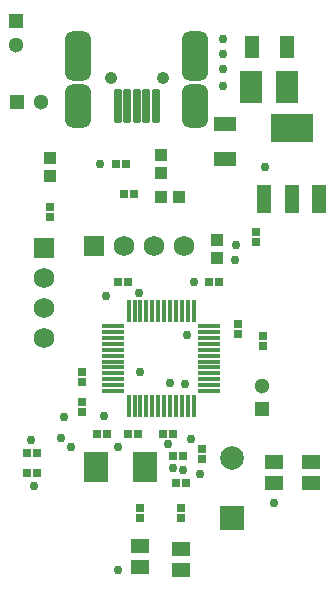
<source format=gts>
G04*
G04 #@! TF.GenerationSoftware,Altium Limited,Altium Designer,20.1.14 (287)*
G04*
G04 Layer_Color=8388736*
%FSLAX25Y25*%
%MOIN*%
G70*
G04*
G04 #@! TF.SameCoordinates,4531C12C-93FC-4365-9EE7-7E3AE0C659AD*
G04*
G04*
G04 #@! TF.FilePolarity,Negative*
G04*
G01*
G75*
%ADD36R,0.02959X0.02762*%
%ADD37R,0.02762X0.02959*%
%ADD38R,0.06378X0.05158*%
%ADD39O,0.07487X0.01502*%
%ADD40O,0.01502X0.07487*%
G04:AMPARAMS|DCode=41|XSize=143.7mil|YSize=86.61mil|CornerRadius=23.13mil|HoleSize=0mil|Usage=FLASHONLY|Rotation=90.000|XOffset=0mil|YOffset=0mil|HoleType=Round|Shape=RoundedRectangle|*
%AMROUNDEDRECTD41*
21,1,0.14370,0.04035,0,0,90.0*
21,1,0.09744,0.08661,0,0,90.0*
1,1,0.04626,0.02018,0.04872*
1,1,0.04626,0.02018,-0.04872*
1,1,0.04626,-0.02018,-0.04872*
1,1,0.04626,-0.02018,0.04872*
%
%ADD41ROUNDEDRECTD41*%
G04:AMPARAMS|DCode=42|XSize=163.39mil|YSize=86.61mil|CornerRadius=23.13mil|HoleSize=0mil|Usage=FLASHONLY|Rotation=90.000|XOffset=0mil|YOffset=0mil|HoleType=Round|Shape=RoundedRectangle|*
%AMROUNDEDRECTD42*
21,1,0.16339,0.04035,0,0,90.0*
21,1,0.11713,0.08661,0,0,90.0*
1,1,0.04626,0.02018,0.05856*
1,1,0.04626,0.02018,-0.05856*
1,1,0.04626,-0.02018,-0.05856*
1,1,0.04626,-0.02018,0.05856*
%
%ADD42ROUNDEDRECTD42*%
G04:AMPARAMS|DCode=43|XSize=143.7mil|YSize=86.62mil|CornerRadius=23.13mil|HoleSize=0mil|Usage=FLASHONLY|Rotation=90.000|XOffset=0mil|YOffset=0mil|HoleType=Round|Shape=RoundedRectangle|*
%AMROUNDEDRECTD43*
21,1,0.14370,0.04036,0,0,90.0*
21,1,0.09744,0.08662,0,0,90.0*
1,1,0.04626,0.02018,0.04872*
1,1,0.04626,0.02018,-0.04872*
1,1,0.04626,-0.02018,-0.04872*
1,1,0.04626,-0.02018,0.04872*
%
%ADD43ROUNDEDRECTD43*%
G04:AMPARAMS|DCode=44|XSize=116.14mil|YSize=25.59mil|CornerRadius=7.87mil|HoleSize=0mil|Usage=FLASHONLY|Rotation=90.000|XOffset=0mil|YOffset=0mil|HoleType=Round|Shape=RoundedRectangle|*
%AMROUNDEDRECTD44*
21,1,0.11614,0.00984,0,0,90.0*
21,1,0.10039,0.02559,0,0,90.0*
1,1,0.01575,0.00492,0.05020*
1,1,0.01575,0.00492,-0.05020*
1,1,0.01575,-0.00492,-0.05020*
1,1,0.01575,-0.00492,0.05020*
%
%ADD44ROUNDEDRECTD44*%
%ADD45R,0.04449X0.04252*%
%ADD46R,0.04252X0.04449*%
%ADD47R,0.08071X0.10039*%
%ADD48R,0.07677X0.05039*%
%ADD49R,0.05039X0.07677*%
%ADD50R,0.07677X0.10827*%
%ADD51R,0.04528X0.09252*%
%ADD52R,0.14370X0.09252*%
%ADD53C,0.05118*%
%ADD54R,0.05118X0.05118*%
%ADD55C,0.04134*%
%ADD56C,0.06890*%
%ADD57R,0.06890X0.06890*%
%ADD58R,0.05118X0.05118*%
%ADD59R,0.07874X0.07874*%
%ADD60C,0.07874*%
%ADD61R,0.06890X0.06890*%
%ADD62C,0.02953*%
D36*
X84000Y97327D02*
D03*
Y100673D02*
D03*
X92500Y96673D02*
D03*
Y93327D02*
D03*
X32000Y71327D02*
D03*
Y74673D02*
D03*
X51500Y39173D02*
D03*
Y35827D02*
D03*
X65000Y39173D02*
D03*
Y35827D02*
D03*
X90000Y127827D02*
D03*
Y131173D02*
D03*
X21500Y136327D02*
D03*
Y139673D02*
D03*
X72000Y55654D02*
D03*
Y59000D02*
D03*
X32000Y81327D02*
D03*
Y84673D02*
D03*
D37*
X44153Y114500D02*
D03*
X47500D02*
D03*
X37154Y64000D02*
D03*
X40500D02*
D03*
X77846Y114500D02*
D03*
X74500D02*
D03*
X13827Y57500D02*
D03*
X17173D02*
D03*
X13827Y51000D02*
D03*
X17173D02*
D03*
X46673Y154000D02*
D03*
X43327D02*
D03*
X50673Y64000D02*
D03*
X47327D02*
D03*
X59000Y64000D02*
D03*
X62347D02*
D03*
X63327Y47500D02*
D03*
X66673D02*
D03*
X65673Y56500D02*
D03*
X62327D02*
D03*
X49500Y144000D02*
D03*
X46154D02*
D03*
D38*
X65000Y25504D02*
D03*
Y18496D02*
D03*
X51500Y19492D02*
D03*
Y26500D02*
D03*
X108500Y47496D02*
D03*
Y54504D02*
D03*
X96000D02*
D03*
Y47496D02*
D03*
D39*
X42555Y78173D02*
D03*
Y80142D02*
D03*
Y82110D02*
D03*
Y84079D02*
D03*
Y86047D02*
D03*
Y88016D02*
D03*
Y89984D02*
D03*
Y91953D02*
D03*
Y93921D02*
D03*
Y95890D02*
D03*
Y97858D02*
D03*
Y99827D02*
D03*
X74445D02*
D03*
Y97858D02*
D03*
Y95890D02*
D03*
Y93921D02*
D03*
Y91953D02*
D03*
Y89984D02*
D03*
Y88016D02*
D03*
Y86047D02*
D03*
Y84079D02*
D03*
Y82110D02*
D03*
Y80142D02*
D03*
Y78173D02*
D03*
D40*
X47673Y104945D02*
D03*
X49642D02*
D03*
X51610D02*
D03*
X53579D02*
D03*
X55547D02*
D03*
X57516D02*
D03*
X59484D02*
D03*
X61453D02*
D03*
X63421D02*
D03*
X65390D02*
D03*
X67358D02*
D03*
X69327D02*
D03*
Y73055D02*
D03*
X67358D02*
D03*
X65390D02*
D03*
X63421D02*
D03*
X61453D02*
D03*
X59484D02*
D03*
X57516D02*
D03*
X55547D02*
D03*
X53579D02*
D03*
X51610D02*
D03*
X49642D02*
D03*
X47673D02*
D03*
D41*
X69728Y173248D02*
D03*
D42*
Y189980D02*
D03*
X30949D02*
D03*
D43*
Y173248D02*
D03*
D44*
X53488Y173347D02*
D03*
X56638D02*
D03*
X47189D02*
D03*
X44039D02*
D03*
X50339D02*
D03*
D45*
X77000Y122468D02*
D03*
Y128532D02*
D03*
X21500Y149969D02*
D03*
Y156032D02*
D03*
X58500Y157032D02*
D03*
Y150969D02*
D03*
D46*
X64531Y143000D02*
D03*
X58469D02*
D03*
D47*
X36929Y53000D02*
D03*
X53071D02*
D03*
D48*
X79750Y167142D02*
D03*
Y155409D02*
D03*
D49*
X88634Y193000D02*
D03*
X100366D02*
D03*
D50*
X88595Y179500D02*
D03*
X100406D02*
D03*
D51*
X92945Y142378D02*
D03*
X102000D02*
D03*
X111055D02*
D03*
D52*
X102000Y166000D02*
D03*
D53*
X18437Y174500D02*
D03*
X10000Y193563D02*
D03*
X92000Y80000D02*
D03*
D54*
X10563Y174500D02*
D03*
D55*
X59000Y182500D02*
D03*
X41677D02*
D03*
D56*
X66000Y126500D02*
D03*
X56000D02*
D03*
X46000D02*
D03*
X19500Y96000D02*
D03*
Y106000D02*
D03*
Y116000D02*
D03*
D57*
X36000Y126500D02*
D03*
D58*
X10000Y201437D02*
D03*
X92000Y72126D02*
D03*
D59*
X82000Y36000D02*
D03*
D60*
Y56000D02*
D03*
D61*
X19500Y126000D02*
D03*
D62*
X71500Y50500D02*
D03*
X28500Y59500D02*
D03*
X25000Y62500D02*
D03*
X39500Y70000D02*
D03*
X26000Y69500D02*
D03*
X16000Y46500D02*
D03*
X15000Y62000D02*
D03*
X65827Y52000D02*
D03*
X62327Y52549D02*
D03*
X44000Y59500D02*
D03*
X68423Y62077D02*
D03*
X66500Y80500D02*
D03*
X61500Y81000D02*
D03*
X44000Y18500D02*
D03*
X51000Y111000D02*
D03*
X40000Y110000D02*
D03*
X96000Y41000D02*
D03*
X69500Y114500D02*
D03*
X60847Y60500D02*
D03*
X83500Y127000D02*
D03*
X83000Y122000D02*
D03*
X93000Y153000D02*
D03*
X38000Y154000D02*
D03*
X79000Y180000D02*
D03*
Y185500D02*
D03*
Y190500D02*
D03*
Y195500D02*
D03*
X51500Y84500D02*
D03*
X67000Y97000D02*
D03*
M02*

</source>
